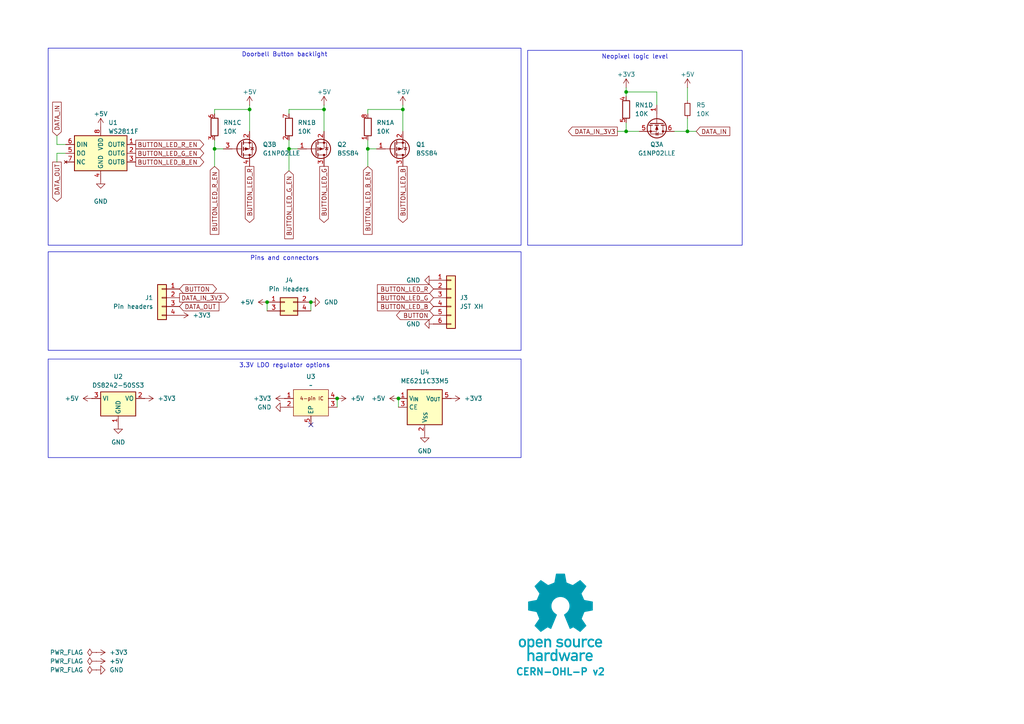
<source format=kicad_sch>
(kicad_sch (version 20231120) (generator "eeschema") (generator_version "8.0")
  (paper "A4")
  (lib_symbols
    (symbol "Connector_Generic:Conn_01x04" (pin_names (offset 1.016) hide)
      (property "Reference" "J" (at 0 5.08 0))
      (property "Value" "Conn_01x04" (at 0 -7.62 0))
      (symbol "Conn_01x04_1_1"
        (rectangle (start -1.27 -4.953) (end 0 -5.207) (stroke (width 0.1524)))
        (rectangle (start -1.27 -2.413) (end 0 -2.667) (stroke (width 0.1524)))
        (rectangle (start -1.27 0.127) (end 0 -0.127) (stroke (width 0.1524)))
        (rectangle (start -1.27 2.667) (end 0 2.413) (stroke (width 0.1524)))
        (rectangle (start -1.27 3.81) (end 1.27 -6.35) (stroke (width 0.254)) (fill (type background)))
        (pin passive line (at -5.08 2.54 0) (length 3.81) (name "Pin_1") (number "1"))
        (pin passive line (at -5.08 0 0) (length 3.81) (name "Pin_2") (number "2"))
        (pin passive line (at -5.08 -2.54 0) (length 3.81) (name "Pin_3") (number "3"))
        (pin passive line (at -5.08 -5.08 0) (length 3.81) (name "Pin_4") (number "4"))
      )
    )
    (symbol "Connector_Generic:Conn_01x06" (pin_names (offset 1.016) hide)
      (property "Reference" "J" (at 0 7.62 0))
      (property "Value" "Conn_01x06" (at 0 -10.16 0))
      (symbol "Conn_01x06_1_1"
        (rectangle (start -1.27 -7.493) (end 0 -7.747) (stroke (width 0.1524)))
        (rectangle (start -1.27 -4.953) (end 0 -5.207) (stroke (width 0.1524)))
        (rectangle (start -1.27 -2.413) (end 0 -2.667) (stroke (width 0.1524)))
        (rectangle (start -1.27 0.127) (end 0 -0.127) (stroke (width 0.1524)))
        (rectangle (start -1.27 2.667) (end 0 2.413) (stroke (width 0.1524)))
        (rectangle (start -1.27 5.207) (end 0 4.953) (stroke (width 0.1524)))
        (rectangle (start -1.27 6.35) (end 1.27 -8.89) (stroke (width 0.254)) (fill (type background)))
        (pin passive line (at -5.08 5.08 0) (length 3.81) (name "Pin_1") (number "1"))
        (pin passive line (at -5.08 2.54 0) (length 3.81) (name "Pin_2") (number "2"))
        (pin passive line (at -5.08 0 0) (length 3.81) (name "Pin_3") (number "3"))
        (pin passive line (at -5.08 -2.54 0) (length 3.81) (name "Pin_4") (number "4"))
        (pin passive line (at -5.08 -5.08 0) (length 3.81) (name "Pin_5") (number "5"))
        (pin passive line (at -5.08 -7.62 0) (length 3.81) (name "Pin_6") (number "6"))
      )
    )
    (symbol "Connector_Generic:Conn_02x02_Odd_Even" (pin_names (offset 1.016) hide)
      (property "Reference" "J" (at 1.27 2.54 0))
      (property "Value" "Conn_02x02_Odd_Even" (at 1.27 -5.08 0))
      (symbol "Conn_02x02_Odd_Even_1_1"
        (rectangle (start -1.27 -2.413) (end 0 -2.667) (stroke (width 0.1524)))
        (rectangle (start -1.27 0.127) (end 0 -0.127) (stroke (width 0.1524)))
        (rectangle (start -1.27 1.27) (end 3.81 -3.81) (stroke (width 0.254)) (fill (type background)))
        (rectangle (start 3.81 -2.413) (end 2.54 -2.667) (stroke (width 0.1524)))
        (rectangle (start 3.81 0.127) (end 2.54 -0.127) (stroke (width 0.1524)))
        (pin passive line (at -5.08 0 0) (length 3.81) (name "Pin_1") (number "1"))
        (pin passive line (at 7.62 0 180) (length 3.81) (name "Pin_2") (number "2"))
        (pin passive line (at -5.08 -2.54 0) (length 3.81) (name "Pin_3") (number "3"))
        (pin passive line (at 7.62 -2.54 180) (length 3.81) (name "Pin_4") (number "4"))
      )
    )
    (symbol "Device:R_Pack04_Split" (pin_names (offset 0) hide)
      (property "Reference" "RN" (at 2.032 0 90))
      (property "Value" "R_Pack04_Split" (at 0 0 90))
      (symbol "R_Pack04_Split_0_1"
        (rectangle (start 1.016 2.54) (end -1.016 -2.54) (stroke (width 0.254)))
      )
      (symbol "R_Pack04_Split_1_1"
        (pin passive line (at 0 -3.81 90) (length 1.27) (name "R1.1") (number "1"))
        (pin passive line (at 0 3.81 270) (length 1.27) (name "R1.2") (number "8"))
      )
      (symbol "R_Pack04_Split_2_1"
        (pin passive line (at 0 -3.81 90) (length 1.27) (name "R2.1") (number "2"))
        (pin passive line (at 0 3.81 270) (length 1.27) (name "R2.2") (number "7"))
      )
      (symbol "R_Pack04_Split_3_1"
        (pin passive line (at 0 -3.81 90) (length 1.27) (name "R3.1") (number "3"))
        (pin passive line (at 0 3.81 270) (length 1.27) (name "R3.2") (number "6"))
      )
      (symbol "R_Pack04_Split_4_1"
        (pin passive line (at 0 -3.81 90) (length 1.27) (name "R4.1") (number "4"))
        (pin passive line (at 0 3.81 270) (length 1.27) (name "R4.2") (number "5"))
      )
    )
    (symbol "Device:R_Small" (pin_numbers hide) (pin_names (offset 0.254) hide)
      (property "Reference" "R" (at 0.762 0.508 0))
      (property "Value" "R_Small" (at 0.762 -1.016 0))
      (symbol "R_Small_0_1"
        (rectangle (start -0.762 1.778) (end 0.762 -1.778) (stroke (width 0.2032)))
      )
      (symbol "R_Small_1_1"
        (pin passive line (at 0 2.54 270) (length 0.762) (name "~") (number "1"))
        (pin passive line (at 0 -2.54 90) (length 0.762) (name "~") (number "2"))
      )
    )
    (symbol "Regulator_Linear:ME6211C33M5"
      (property "Reference" "U" (at -4.572 6.35 0))
      (property "Value" "ME6211C33M5" (at 10.16 8.636 0))
      (symbol "ME6211C33M5_1_1"
        (rectangle (start -5.08 5.08) (end 5.08 -5.08) (stroke (width 0.254)) (fill (type background)))
        (pin power_in line (at -7.62 2.54 0) (length 2.54) (name "V_{IN}") (number "1"))
        (pin power_in line (at 0 -7.62 90) (length 2.54) (name "V_{SS}") (number "2"))
        (pin input line (at -7.62 0 0) (length 2.54) (name "CE") (number "3"))
        (pin no_connect line (at 5.08 0 180) (length 2.54) hide (name "NC") (number "4"))
        (pin power_out line (at 7.62 2.54 180) (length 2.54) (name "V_{OUT}") (number "5"))
      )
    )
    (symbol "Transistor_FET:BSS84" (pin_names hide)
      (property "Reference" "Q" (at 5.08 1.905 0))
      (property "Value" "BSS84" (at 5.08 0 0))
      (symbol "BSS84_0_1"
        (polyline (pts (xy 0.254 0) (xy -2.54 0)))
        (polyline (pts (xy 0.254 1.905) (xy 0.254 -1.905)) (stroke (width 0.254)))
        (polyline (pts (xy 0.762 -1.27) (xy 0.762 -2.286)) (stroke (width 0.254)))
        (polyline (pts (xy 0.762 0.508) (xy 0.762 -0.508)) (stroke (width 0.254)))
        (polyline (pts (xy 0.762 2.286) (xy 0.762 1.27)) (stroke (width 0.254)))
        (polyline (pts (xy 2.54 2.54) (xy 2.54 1.778)))
        (polyline (pts (xy 2.54 -2.54) (xy 2.54 0) (xy 0.762 0)))
        (polyline (pts (xy 0.762 1.778) (xy 3.302 1.778) (xy 3.302 -1.778) (xy 0.762 -1.778)))
        (polyline (pts (xy 2.286 0) (xy 1.27 0.381) (xy 1.27 -0.381) (xy 2.286 0)) (fill (type outline)))
        (polyline (pts (xy 2.794 -0.508) (xy 2.921 -0.381) (xy 3.683 -0.381) (xy 3.81 -0.254)))
        (polyline (pts (xy 3.302 -0.381) (xy 2.921 0.254) (xy 3.683 0.254) (xy 3.302 -0.381)))
        (circle (center 1.651 0) (radius 2.794) (stroke (width 0.254)))
        (circle (center 2.54 -1.778) (radius 0.254) (fill (type outline)))
        (circle (center 2.54 1.778) (radius 0.254) (fill (type outline)))
      )
      (symbol "BSS84_1_1"
        (pin input line (at -5.08 0 0) (length 2.54) (name "G") (number "1"))
        (pin passive line (at 2.54 -5.08 90) (length 2.54) (name "S") (number "2"))
        (pin passive line (at 2.54 5.08 270) (length 2.54) (name "D") (number "3"))
      )
    )
    (symbol "blank:IC-4-Pin"
      (property "Reference" "U" (at 0 6.096 0))
      (symbol "IC-4-Pin_0_1"
        (rectangle (start -5.08 3.81) (end 5.08 -3.81) (fill (type background)))
      )
      (symbol "IC-4-Pin_1_1"
        (text "4-pin IC" (at 0.254 1.27 0) (effects (font (size 1.016 1.016))))
        (pin passive line (at -7.62 1.27 0) (length 2.54) (name "") (number "1"))
        (pin passive line (at -7.62 -1.27 0) (length 2.54) (name "") (number "2"))
        (pin passive line (at 7.62 -1.27 180) (length 2.54) (name "") (number "3"))
        (pin passive line (at 7.62 1.27 180) (length 2.54) (name "") (number "4"))
        (pin passive line (at 0 -6.35 90) (length 2.54) (name "EP") (number "5"))
      )
    )
    (symbol "lcsc:DS8242-50SS3"
      (property "Reference" "U" (at -3.81 3.175 0))
      (property "Value" "DS8242-50SS3" (at 0 3.175 0))
      (symbol "DS8242-50SS3_0_1"
        (rectangle (start -5.08 -5.08) (end 5.08 1.905) (stroke (width 0.254)) (fill (type background)))
      )
      (symbol "DS8242-50SS3_1_1"
        (pin power_in line (at 0 -7.62 90) (length 2.54) (name "GND") (number "1"))
        (pin power_out line (at 7.62 0 180) (length 2.54) (name "VO") (number "2"))
        (pin power_in line (at -7.62 0 0) (length 2.54) (name "VI") (number "3"))
      )
    )
    (symbol "lcsc:G1NP02LLE" (pin_names hide)
      (property "Reference" "Q" (at 5.08 1.905 0))
      (property "Value" "G1NP02LLE" (at 5.08 0 0))
      (symbol "G1NP02LLE_0_1"
        (polyline (pts (xy 0.254 0) (xy -2.54 0)))
        (polyline (pts (xy 0.254 1.905) (xy 0.254 -1.905)) (stroke (width 0.254)))
        (polyline (pts (xy 0.762 -1.27) (xy 0.762 -2.286)) (stroke (width 0.254)))
        (polyline (pts (xy 0.762 0.508) (xy 0.762 -0.508)) (stroke (width 0.254)))
        (polyline (pts (xy 0.762 2.286) (xy 0.762 1.27)) (stroke (width 0.254)))
        (polyline (pts (xy 2.54 2.54) (xy 2.54 1.778)))
        (polyline (pts (xy 2.54 -2.54) (xy 2.54 0) (xy 0.762 0)))
        (polyline (pts (xy 0.762 -1.778) (xy 3.302 -1.778) (xy 3.302 1.778) (xy 0.762 1.778)))
        (circle (center 1.651 0) (radius 2.794) (stroke (width 0.254)))
        (circle (center 2.54 -1.778) (radius 0.254) (fill (type outline)))
        (circle (center 2.54 1.778) (radius 0.254) (fill (type outline)))
      )
      (symbol "G1NP02LLE_1_1"
        (polyline (pts (xy 1.016 0) (xy 2.032 0.381) (xy 2.032 -0.381) (xy 1.016 0)) (fill (type outline)))
        (polyline (pts (xy 2.794 0.508) (xy 2.921 0.381) (xy 3.683 0.381) (xy 3.81 0.254)))
        (polyline (pts (xy 3.302 0.381) (xy 2.921 -0.254) (xy 3.683 -0.254) (xy 3.302 0.381)))
        (pin input line (at -5.08 0 0) (length 2.54) (name "G") (number "1"))
        (pin passive line (at 2.54 -5.08 90) (length 2.54) (name "S") (number "5"))
        (pin passive line (at 2.54 5.08 270) (length 2.54) (name "D") (number "6"))
      )
      (symbol "G1NP02LLE_2_1"
        (polyline (pts (xy 2.286 0) (xy 1.27 0.381) (xy 1.27 -0.381) (xy 2.286 0)) (fill (type outline)))
        (polyline (pts (xy 2.794 -0.508) (xy 2.921 -0.381) (xy 3.683 -0.381) (xy 3.81 -0.254)))
        (polyline (pts (xy 3.302 -0.381) (xy 2.921 0.254) (xy 3.683 0.254) (xy 3.302 -0.381)))
        (pin passive line (at 2.54 -5.08 90) (length 2.54) (name "S") (number "2"))
        (pin input line (at -5.08 0 0) (length 2.54) (name "G") (number "3"))
        (pin passive line (at 2.54 5.08 270) (length 2.54) (name "D") (number "4"))
      )
    )
    (symbol "lcsc:WS2811F"
      (property "Reference" "U" (at -6.35 6.35 0))
      (property "Value" "WS2811F" (at 5.08 6.35 0))
      (symbol "WS2811F_0_1"
        (rectangle (start -7.62 5.08) (end 7.62 -5.08) (stroke (width 0.254)) (fill (type background)))
      )
      (symbol "WS2811F_1_1"
        (pin output line (at 10.16 2.54 180) (length 2.54) (name "OUTR") (number "1"))
        (pin output line (at 10.16 0 180) (length 2.54) (name "OUTG") (number "2"))
        (pin output line (at 10.16 -2.54 180) (length 2.54) (name "OUTB") (number "3"))
        (pin power_in line (at 0 -7.62 90) (length 2.54) (name "GND") (number "4"))
        (pin output line (at -10.16 0 0) (length 2.54) (name "DO") (number "5"))
        (pin input line (at -10.16 2.54 0) (length 2.54) (name "DIN") (number "6"))
        (pin no_connect line (at -10.16 -2.54 0) (length 2.54) (name "NC") (number "7"))
        (pin power_in line (at 0 7.62 270) (length 2.54) (name "VDD") (number "8"))
      )
    )
    (symbol "power:+3V3" (power) (pin_numbers hide) (pin_names (offset 0) hide)
      (property "Value" "+3V3" (at 0 3.556 0))
      (symbol "+3V3_0_1"
        (polyline (pts (xy -0.762 1.27) (xy 0 2.54)))
        (polyline (pts (xy 0 0) (xy 0 2.54)))
        (polyline (pts (xy 0 2.54) (xy 0.762 1.27)))
      )
      (symbol "+3V3_1_1"
        (pin power_in line (at 0 0 90) (length 0) (name "~") (number "1"))
      )
    )
    (symbol "power:+5V" (power) (pin_numbers hide) (pin_names (offset 0) hide)
      (property "Value" "+5V" (at 0 3.556 0))
      (symbol "+5V_0_1"
        (polyline (pts (xy -0.762 1.27) (xy 0 2.54)))
        (polyline (pts (xy 0 0) (xy 0 2.54)))
        (polyline (pts (xy 0 2.54) (xy 0.762 1.27)))
      )
      (symbol "+5V_1_1"
        (pin power_in line (at 0 0 90) (length 0) (name "~") (number "1"))
      )
    )
    (symbol "power:GND" (power) (pin_numbers hide) (pin_names (offset 0) hide)
      (property "Value" "GND" (at 0 -3.81 0))
      (symbol "GND_0_1"
        (polyline (pts (xy 0 0) (xy 0 -1.27) (xy 1.27 -1.27) (xy 0 -2.54) (xy -1.27 -1.27) (xy 0 -1.27)))
      )
      (symbol "GND_1_1"
        (pin power_in line (at 0 0 270) (length 0) (name "~") (number "1"))
      )
    )
    (symbol "power:PWR_FLAG" (power) (pin_numbers hide) (pin_names (offset 0) hide)
      (property "Value" "PWR_FLAG" (at 0 3.81 0))
      (symbol "PWR_FLAG_0_0"
        (pin power_out line (at 0 0 90) (length 0) (name "~") (number "1"))
      )
      (symbol "PWR_FLAG_0_1"
        (polyline (pts (xy 0 0) (xy 0 1.27) (xy -1.016 1.905) (xy 0 2.54) (xy 1.016 1.905) (xy 0 1.27)))
      )
    )
    (symbol "power:VCC" (power) (pin_numbers hide) (pin_names (offset 0) hide)
      (property "Value" "VCC" (at 0 3.556 0))
      (symbol "VCC_0_1"
        (polyline (pts (xy -0.762 1.27) (xy 0 2.54)))
        (polyline (pts (xy 0 0) (xy 0 2.54)))
        (polyline (pts (xy 0 2.54) (xy 0.762 1.27)))
      )
      (symbol "VCC_1_1"
        (pin power_in line (at 0 0 90) (length 0) (name "~") (number "1"))
      )
    )
  )
  (junction (at 106.68 43.18))
  (junction (at 93.98 31.75))
  (junction (at 199.39 38.1))
  (junction (at 83.82 43.18))
  (junction (at 77.47 87.63))
  (junction (at 181.61 26.67))
  (junction (at 115.57 115.57))
  (junction (at 90.17 87.63))
  (junction (at 181.61 38.1))
  (junction (at 72.39 31.75))
  (junction (at 97.79 115.57))
  (junction (at 116.84 31.75))
  (junction (at 62.23 43.18))
  (no_connect (at 90.17 123.19))
  (wire (pts (xy 115.57 115.57) (xy 115.57 118.11)))
  (wire (pts (xy 16.51 46.99) (xy 16.51 44.45)))
  (wire (pts (xy 106.68 31.75) (xy 116.84 31.75)))
  (wire (pts (xy 109.22 43.18) (xy 106.68 43.18)))
  (wire (pts (xy 62.23 31.75) (xy 72.39 31.75)))
  (wire (pts (xy 181.61 25.4) (xy 181.61 26.67)))
  (wire (pts (xy 64.77 43.18) (xy 62.23 43.18)))
  (wire (pts (xy 190.5 26.67) (xy 181.61 26.67)))
  (wire (pts (xy 72.39 31.75) (xy 72.39 38.1)))
  (wire (pts (xy 106.68 40.64) (xy 106.68 43.18)))
  (wire (pts (xy 93.98 31.75) (xy 93.98 30.48)))
  (wire (pts (xy 199.39 38.1) (xy 201.93 38.1)))
  (wire (pts (xy 90.17 87.63) (xy 90.17 90.17)))
  (wire (pts (xy 190.5 30.48) (xy 190.5 26.67)))
  (wire (pts (xy 199.39 34.29) (xy 199.39 38.1)))
  (wire (pts (xy 83.82 31.75) (xy 93.98 31.75)))
  (wire (pts (xy 16.51 44.45) (xy 19.05 44.45)))
  (wire (pts (xy 83.82 40.64) (xy 83.82 43.18)))
  (wire (pts (xy 195.58 38.1) (xy 199.39 38.1)))
  (wire (pts (xy 16.51 39.37) (xy 16.51 41.91)))
  (wire (pts (xy 83.82 43.18) (xy 83.82 49.53)))
  (wire (pts (xy 106.68 43.18) (xy 106.68 48.26)))
  (wire (pts (xy 181.61 26.67) (xy 181.61 27.94)))
  (wire (pts (xy 116.84 31.75) (xy 116.84 30.48)))
  (wire (pts (xy 16.51 41.91) (xy 19.05 41.91)))
  (wire (pts (xy 72.39 30.48) (xy 72.39 31.75)))
  (wire (pts (xy 181.61 38.1) (xy 185.42 38.1)))
  (wire (pts (xy 77.47 87.63) (xy 77.47 90.17)))
  (wire (pts (xy 199.39 25.4) (xy 199.39 29.21)))
  (wire (pts (xy 62.23 43.18) (xy 62.23 48.26)))
  (wire (pts (xy 86.36 43.18) (xy 83.82 43.18)))
  (wire (pts (xy 83.82 31.75) (xy 83.82 33.02)))
  (wire (pts (xy 93.98 31.75) (xy 93.98 38.1)))
  (wire (pts (xy 181.61 35.56) (xy 181.61 38.1)))
  (wire (pts (xy 179.07 38.1) (xy 181.61 38.1)))
  (wire (pts (xy 106.68 31.75) (xy 106.68 33.02)))
  (wire (pts (xy 116.84 31.75) (xy 116.84 38.1)))
  (wire (pts (xy 62.23 40.64) (xy 62.23 43.18)))
  (wire (pts (xy 62.23 31.75) (xy 62.23 33.02)))
  (wire (pts (xy 97.79 115.57) (xy 97.79 118.11)))
  (image (at 162.56 179.07) (scale 0.37481))
  (text_box "Neopixel logic level" (at 153.035 14.605 0) (size 62.23 56.515) (effects (font (size 1.27 1.27)) (justify top)))
  (text_box "3.3V LDO regulator options" (at 13.97 104.14 0) (size 137.16 28.575) (effects (font (size 1.27 1.27)) (justify top)))
  (text_box "Pins and connectors" (at 13.97 73.025 0) (size 137.16 28.575) (effects (font (size 1.27 1.27)) (justify top)))
  (text_box "Doorbell Button backlight" (at 13.97 13.97 0) (size 137.16 57.15) (effects (font (size 1.27 1.27)) (justify top)))
  (text "CERN-OHL-P v2" (at 162.56 195.072 0) (effects (font (size 2 2) (thickness 0.4) (bold yes))))
  (global_label "DATA_OUT" (shape input) (at 52.07 88.9 0) (property "Intersheetrefs" "${INTERSHEET_REFS}" (effects (hide yes))))
  (global_label "BUTTON_LED_B_EN" (shape output) (at 39.37 46.99 0) (property "Intersheetrefs" "${INTERSHEET_REFS}" (effects (hide yes))))
  (global_label "BUTTON_LED_G" (shape output) (at 93.98 48.26 270) (property "Intersheetrefs" "${INTERSHEET_REFS}" (effects (hide yes))))
  (global_label "DATA_IN" (shape input) (at 201.93 38.1 0) (property "Intersheetrefs" "${INTERSHEET_REFS}" (effects (hide yes))))
  (global_label "BUTTON_LED_B_EN" (shape input) (at 106.68 48.26 270) (property "Intersheetrefs" "${INTERSHEET_REFS}" (effects (hide yes))))
  (global_label "DATA_IN_3V3" (shape output) (at 52.07 86.36 0) (property "Intersheetrefs" "${INTERSHEET_REFS}" (effects (hide yes))))
  (global_label "BUTTON" (shape bidirectional) (at 52.07 83.82 0) (property "Intersheetrefs" "${INTERSHEET_REFS}" (effects (hide yes))))
  (global_label "BUTTON_LED_B" (shape input) (at 125.73 88.9 180) (property "Intersheetrefs" "${INTERSHEET_REFS}" (effects (hide yes))))
  (global_label "BUTTON_LED_R_EN" (shape input) (at 62.23 48.26 270) (property "Intersheetrefs" "${INTERSHEET_REFS}" (effects (hide yes))))
  (global_label "BUTTON_LED_R" (shape input) (at 125.73 83.82 180) (property "Intersheetrefs" "${INTERSHEET_REFS}" (effects (hide yes))))
  (global_label "BUTTON_LED_G_EN" (shape input) (at 83.82 49.53 270) (property "Intersheetrefs" "${INTERSHEET_REFS}" (effects (hide yes))))
  (global_label "BUTTON_LED_G" (shape input) (at 125.73 86.36 180) (property "Intersheetrefs" "${INTERSHEET_REFS}" (effects (hide yes))))
  (global_label "BUTTON_LED_R_EN" (shape output) (at 39.37 41.91 0) (property "Intersheetrefs" "${INTERSHEET_REFS}" (effects (hide yes))))
  (global_label "BUTTON" (shape bidirectional) (at 125.73 91.44 180) (property "Intersheetrefs" "${INTERSHEET_REFS}" (effects (hide yes))))
  (global_label "DATA_OUT" (shape output) (at 16.51 46.99 270) (property "Intersheetrefs" "${INTERSHEET_REFS}" (effects (hide yes))))
  (global_label "DATA_IN_3V3" (shape output) (at 179.07 38.1 180) (property "Intersheetrefs" "${INTERSHEET_REFS}" (effects (hide yes))))
  (global_label "DATA_IN" (shape input) (at 16.51 39.37 90) (property "Intersheetrefs" "${INTERSHEET_REFS}" (effects (hide yes))))
  (global_label "BUTTON_LED_R" (shape output) (at 72.39 48.26 270) (property "Intersheetrefs" "${INTERSHEET_REFS}" (effects (hide yes))))
  (global_label "BUTTON_LED_G_EN" (shape output) (at 39.37 44.45 0) (property "Intersheetrefs" "${INTERSHEET_REFS}" (effects (hide yes))))
  (global_label "BUTTON_LED_B" (shape output) (at 116.84 48.26 270) (property "Intersheetrefs" "${INTERSHEET_REFS}" (effects (hide yes))))
  (symbol (lib_id "Device:R_Pack04_Split") (at 181.61 31.75 180) (unit 4)
    (property "Reference" "RN1" (at 184.15 30.4799 0) (effects (justify right)))
    (property "Value" "10K" (at 184.15 33.0199 0) (effects (justify right)))
    (property "Footprint" "Resistor_SMD:R_Array_Convex_4x0603" (effects (hide yes)))
    (property "Description" "4 resistor network, parallel topology, split" (effects (hide yes)))
  )
  (symbol (lib_id "power:+5V") (at 116.84 30.48 0) (unit 1)
    (property "Reference" "#PWR07" (effects (hide yes)))
    (property "Value" "+5V" (at 116.84 26.67 0))
    (property "Description" "Power symbol creates a global label with name \"+5V\"" (effects (hide yes)))
  )
  (symbol (lib_id "power:GND") (at 125.73 81.28 270) (unit 1)
    (property "Reference" "#PWR09" (effects (hide yes)))
    (property "Value" "GND" (at 121.92 81.2799 90) (effects (justify right)))
    (property "Description" "Power symbol creates a global label with name \"GND\" , ground" (effects (hide yes)))
  )
  (symbol (lib_id "lcsc:DS8242-50SS3") (at 34.29 115.57 0) (unit 1)
    (property "Reference" "U2" (at 34.29 109.22 0))
    (property "Value" "DS8242-50SS3" (at 34.29 111.76 0))
    (property "Footprint" "custom:SOT-23_simple" (effects (hide yes)))
    (property "Datasheet" "https://www.lcsc.com/datasheet/lcsc_datasheet_2401011106_DSTECH-DS8242-50SS3_C5884141.pdf" (effects (hide yes)))
    (property "Description" "500mA Low Dropout regulator, positive, 5.0V fixed output, SOT-23" (effects (hide yes)))
    (property "LCSC Part" "C5884141" (effects (hide yes)))
  )
  (symbol (lib_id "power:VCC") (at 27.94 189.23 270) (unit 1)
    (property "Reference" "#PWR020" (effects (hide yes)))
    (property "Value" "+3V3" (at 31.75 189.2299 90) (effects (justify left)))
    (property "Description" "Power symbol creates a global label with name \"VCC\"" (effects (hide yes)))
  )
  (symbol (lib_id "power:+5V") (at 199.39 25.4 0) (unit 1)
    (property "Reference" "#PWR011" (effects (hide yes)))
    (property "Value" "+5V" (at 199.39 21.59 0))
    (property "Description" "Power symbol creates a global label with name \"+5V\"" (effects (hide yes)))
  )
  (symbol (lib_id "Device:R_Pack04_Split") (at 106.68 36.83 0) (unit 1)
    (property "Reference" "RN1" (at 109.22 35.5599 0) (effects (justify left)))
    (property "Value" "10K" (at 109.22 38.0999 0) (effects (justify left)))
    (property "Footprint" "Resistor_SMD:R_Array_Convex_4x0603" (effects (hide yes)))
    (property "Description" "4 resistor network, parallel topology, split" (effects (hide yes)))
  )
  (symbol (lib_id "Device:R_Pack04_Split") (at 83.82 36.83 0) (unit 2)
    (property "Reference" "RN1" (at 86.36 35.5599 0) (effects (justify left)))
    (property "Value" "10K" (at 86.36 38.0999 0) (effects (justify left)))
    (property "Footprint" "Resistor_SMD:R_Array_Convex_4x0603" (effects (hide yes)))
    (property "Description" "4 resistor network, parallel topology, split" (effects (hide yes)))
  )
  (symbol (lib_id "lcsc:G1NP02LLE") (at 190.5 35.56 270) (unit 1)
    (property "Reference" "Q3" (at 190.5 41.91 90))
    (property "Value" "G1NP02LLE" (at 190.5 44.45 90))
    (property "Footprint" "custom:SOT-23-6_simple" (effects (hide yes)))
    (property "Datasheet" "https://www.lcsc.com/datasheet/lcsc_datasheet_2307191058_GOFORD-G1NP02LLE_C7465318.pdf" (effects (hide yes)))
    (property "Description" "Dual N and P Channel MOSFET, 1.1A Id, 20V Vds, 460mOhm Ron, -4.5V Vgs, SOT-23-6L" (effects (hide yes)))
    (property "LCSC Part" "C7465318" (effects (hide yes)))
  )
  (symbol (lib_id "Device:R_Pack04_Split") (at 62.23 36.83 0) (unit 3)
    (property "Reference" "RN1" (at 64.77 35.5599 0) (effects (justify left)))
    (property "Value" "10K" (at 64.77 38.0999 0) (effects (justify left)))
    (property "Footprint" "Resistor_SMD:R_Array_Convex_4x0603" (effects (hide yes)))
    (property "Description" "4 resistor network, parallel topology, split" (effects (hide yes)))
  )
  (symbol (lib_id "power:VCC") (at 27.94 191.77 270) (unit 1)
    (property "Reference" "#PWR01" (effects (hide yes)))
    (property "Value" "+5V" (at 31.75 191.7699 90) (effects (justify left)))
    (property "Description" "Power symbol creates a global label with name \"VCC\"" (effects (hide yes)))
  )
  (symbol (lib_id "power:VCC") (at 82.55 115.57 90) (unit 1)
    (property "Reference" "#PWR021" (effects (hide yes)))
    (property "Value" "+3V3" (at 78.74 115.5699 90) (effects (justify left)))
    (property "Description" "Power symbol creates a global label with name \"VCC\"" (effects (hide yes)))
  )
  (symbol (lib_id "Device:R_Small") (at 199.39 31.75 180) (unit 1)
    (property "Reference" "R5" (at 201.93 30.4799 0) (effects (justify right)))
    (property "Value" "10K" (at 201.93 33.0199 0) (effects (justify right)))
    (property "Footprint" "Resistor_SMD:R_0603_1608Metric" (effects (hide yes)))
    (property "Description" "Resistor, small symbol" (effects (hide yes)))
  )
  (symbol (lib_id "power:VCC") (at 26.67 115.57 90) (unit 1)
    (property "Reference" "#PWR029" (effects (hide yes)))
    (property "Value" "+5V" (at 22.86 115.5699 90) (effects (justify left)))
    (property "Description" "Power symbol creates a global label with name \"VCC\"" (effects (hide yes)))
  )
  (symbol (lib_id "Connector_Generic:Conn_01x06") (at 130.81 86.36 0) (unit 1)
    (property "Reference" "J3" (at 133.35 86.3599 0) (effects (justify left)))
    (property "Value" "JST XH" (at 133.35 88.8999 0) (effects (justify left)))
    (property "Footprint" "custom:JST_XH_B6B-XH-A_1x06_P2.50mm_Vertical_slim" (effects (hide yes)))
    (property "Description" "Generic connector, single row, 01x06, script generated (kicad-library-utils/schlib/autogen/connector/)" (effects (hide yes)))
  )
  (symbol (lib_id "power:VCC") (at 52.07 91.44 270) (unit 1)
    (property "Reference" "#PWR034" (effects (hide yes)))
    (property "Value" "+3V3" (at 55.88 91.4399 90) (effects (justify left)))
    (property "Description" "Power symbol creates a global label with name \"VCC\"" (effects (hide yes)))
  )
  (symbol (lib_id "Transistor_FET:BSS84") (at 91.44 43.18 0) (mirror x) (unit 1)
    (property "Reference" "Q2" (at 97.79 41.9099 0) (effects (justify left)))
    (property "Value" "BSS84" (at 97.79 44.4499 0) (effects (justify left)))
    (property "Footprint" "custom:SOT-23_simple" (effects (hide yes)))
    (property "Datasheet" "http://assets.nexperia.com/documents/data-sheet/BSS84.pdf" (effects (hide yes)))
    (property "Description" "-0.13A Id, -50V Vds, P-Channel MOSFET, SOT-23" (effects (hide yes)))
  )
  (symbol (lib_id "power:GND") (at 27.94 194.31 90) (unit 1)
    (property "Reference" "#PWR02" (effects (hide yes)))
    (property "Value" "GND" (at 31.75 194.3099 90) (effects (justify right)))
    (property "Description" "Power symbol creates a global label with name \"GND\" , ground" (effects (hide yes)))
  )
  (symbol (lib_id "power:GND") (at 29.21 52.07 0) (unit 1)
    (property "Reference" "#PWR04" (effects (hide yes)))
    (property "Value" "GND" (at 29.21 58.42 0))
    (property "Description" "Power symbol creates a global label with name \"GND\" , ground" (effects (hide yes)))
  )
  (symbol (lib_id "power:GND") (at 125.73 93.98 270) (unit 1)
    (property "Reference" "#PWR08" (effects (hide yes)))
    (property "Value" "GND" (at 121.92 93.9799 90) (effects (justify right)))
    (property "Description" "Power symbol creates a global label with name \"GND\" , ground" (effects (hide yes)))
  )
  (symbol (lib_id "lcsc:WS2811F") (at 29.21 44.45 0) (unit 1)
    (property "Reference" "U1" (at 31.4041 35.56 0) (effects (justify left)))
    (property "Value" "WS2811F" (at 31.4041 38.1 0) (effects (justify left)))
    (property "Footprint" "lcsc:FSOP-8_L3.3-W1.7-P0.80-LS2.9-BL" (effects (hide yes)))
    (property "Datasheet" "https://www.lcsc.com/datasheet/lcsc_datasheet_2310231548_Worldsemi-WS2811F_C5446692.pdf" (effects (hide yes)))
    (property "Description" "3-Channel 8-Bit PWM LED Driver, FSOP-8" (effects (hide yes)))
    (property "LCSC Part" "C5446692" (effects (hide yes)))
  )
  (symbol (lib_id "power:VCC") (at 77.47 87.63 90) (unit 1)
    (property "Reference" "#PWR012" (effects (hide yes)))
    (property "Value" "+5V" (at 73.66 87.6299 90) (effects (justify left)))
    (property "Description" "Power symbol creates a global label with name \"VCC\"" (effects (hide yes)))
  )
  (symbol (lib_id "Connector_Generic:Conn_01x04") (at 46.99 86.36 0) (mirror y) (unit 1)
    (property "Reference" "J1" (at 44.45 86.3599 0) (effects (justify left)))
    (property "Value" "Pin headers" (at 44.45 88.8999 0) (effects (justify left)))
    (property "Footprint" "custom:PinHeader_1x04_P2.54mm_Vertical_simple" (effects (hide yes)))
    (property "Description" "Generic connector, single row, 01x04, script generated (kicad-library-utils/schlib/autogen/connector/)" (effects (hide yes)))
  )
  (symbol (lib_id "lcsc:G1NP02LLE") (at 69.85 43.18 0) (mirror x) (unit 2)
    (property "Reference" "Q3" (at 76.2 41.9099 0) (effects (justify left)))
    (property "Value" "G1NP02LLE" (at 76.2 44.4499 0) (effects (justify left)))
    (property "Footprint" "custom:SOT-23-6_simple" (effects (hide yes)))
    (property "Datasheet" "https://www.lcsc.com/datasheet/lcsc_datasheet_2307191058_GOFORD-G1NP02LLE_C7465318.pdf" (effects (hide yes)))
    (property "Description" "Dual N and P Channel MOSFET, 1.1A Id, 20V Vds, 460mOhm Ron, -4.5V Vgs, SOT-23-6L" (effects (hide yes)))
    (property "LCSC Part" "C7465318" (effects (hide yes)))
  )
  (symbol (lib_id "power:PWR_FLAG") (at 27.94 191.77 90) (unit 1)
    (property "Reference" "#FLG01" (effects (hide yes)))
    (property "Value" "PWR_FLAG" (at 24.13 191.7699 90) (effects (justify left)))
    (property "Description" "Special symbol for telling ERC where power comes from" (effects (hide yes)))
  )
  (symbol (lib_id "power:+5V") (at 72.39 30.48 0) (unit 1)
    (property "Reference" "#PWR05" (effects (hide yes)))
    (property "Value" "+5V" (at 72.39 26.67 0))
    (property "Description" "Power symbol creates a global label with name \"+5V\"" (effects (hide yes)))
  )
  (symbol (lib_id "power:GND") (at 82.55 118.11 270) (unit 1)
    (property "Reference" "#PWR022" (effects (hide yes)))
    (property "Value" "GND" (at 78.74 118.1099 90) (effects (justify right)))
    (property "Description" "Power symbol creates a global label with name \"GND\" , ground" (effects (hide yes)))
  )
  (symbol (lib_id "Transistor_FET:BSS84") (at 114.3 43.18 0) (mirror x) (unit 1)
    (property "Reference" "Q1" (at 120.65 41.9099 0) (effects (justify left)))
    (property "Value" "BSS84" (at 120.65 44.4499 0) (effects (justify left)))
    (property "Footprint" "custom:SOT-23_simple" (effects (hide yes)))
    (property "Datasheet" "http://assets.nexperia.com/documents/data-sheet/BSS84.pdf" (effects (hide yes)))
    (property "Description" "-0.13A Id, -50V Vds, P-Channel MOSFET, SOT-23" (effects (hide yes)))
  )
  (symbol (lib_id "power:+5V") (at 29.21 36.83 0) (unit 1)
    (property "Reference" "#PWR03" (effects (hide yes)))
    (property "Value" "+5V" (at 29.21 33.02 0))
    (property "Description" "Power symbol creates a global label with name \"+5V\"" (effects (hide yes)))
  )
  (symbol (lib_id "Connector_Generic:Conn_02x02_Odd_Even") (at 82.55 87.63 0) (unit 1)
    (property "Reference" "J4" (at 83.82 81.28 0))
    (property "Value" "Pin Headers" (at 83.82 83.82 0))
    (property "Footprint" "custom:PinHeader_2x02_P2.54mm_Vertical_simple" (effects (hide yes)))
    (property "Description" "Generic connector, double row, 02x02, odd/even pin numbering scheme (row 1 odd numbers, row 2 even numbers), script generated (kicad-library-utils/schlib/autogen/connector/)" (effects (hide yes)))
  )
  (symbol (lib_id "power:VCC") (at 41.91 115.57 270) (unit 1)
    (property "Reference" "#PWR028" (effects (hide yes)))
    (property "Value" "+3V3" (at 45.72 115.5699 90) (effects (justify left)))
    (property "Description" "Power symbol creates a global label with name \"VCC\"" (effects (hide yes)))
  )
  (symbol (lib_id "power:VCC") (at 130.81 115.57 270) (unit 1)
    (property "Reference" "#PWR026" (effects (hide yes)))
    (property "Value" "+3V3" (at 134.62 115.5699 90) (effects (justify left)))
    (property "Description" "Power symbol creates a global label with name \"VCC\"" (effects (hide yes)))
  )
  (symbol (lib_id "blank:IC-4-Pin") (at 90.17 116.84 0) (unit 1)
    (property "Reference" "U3" (at 90.17 109.22 0))
    (property "Value" "~" (at 90.17 111.76 0))
    (property "Footprint" "Package_SON:Texas_X2SON-4_1x1mm_P0.65mm" (effects (hide yes)))
  )
  (symbol (lib_id "power:+5V") (at 93.98 30.48 0) (unit 1)
    (property "Reference" "#PWR06" (effects (hide yes)))
    (property "Value" "+5V" (at 93.98 26.67 0))
    (property "Description" "Power symbol creates a global label with name \"+5V\"" (effects (hide yes)))
  )
  (symbol (lib_id "power:PWR_FLAG") (at 27.94 194.31 90) (unit 1)
    (property "Reference" "#FLG02" (effects (hide yes)))
    (property "Value" "PWR_FLAG" (at 24.13 194.3099 90) (effects (justify left)))
    (property "Description" "Special symbol for telling ERC where power comes from" (effects (hide yes)))
  )
  (symbol (lib_id "power:GND") (at 123.19 125.73 0) (unit 1)
    (property "Reference" "#PWR025" (effects (hide yes)))
    (property "Value" "GND" (at 123.19 130.81 0))
    (property "Description" "Power symbol creates a global label with name \"GND\" , ground" (effects (hide yes)))
  )
  (symbol (lib_id "Regulator_Linear:ME6211C33M5") (at 123.19 118.11 0) (unit 1)
    (property "Reference" "U4" (at 123.19 107.95 0))
    (property "Value" "ME6211C33M5" (at 123.19 110.49 0))
    (property "Footprint" "custom:SOT-23-5_simple" (effects (hide yes)))
    (property "Datasheet" "https://www.lcsc.com/datasheet/lcsc_datasheet_2304140030_MICRONE-Nanjing-Micro-One-Elec-ME6211C33R5G_C235316.pdf" (effects (hide yes)))
    (property "Description" "500mA low dropout linear regulator, shutdown pin, 6.5V max input voltage, 3.3V fixed positive output, SOT-23-5" (effects (hide yes)))
  )
  (symbol (lib_id "power:VCC") (at 115.57 115.57 90) (unit 1)
    (property "Reference" "#PWR024" (effects (hide yes)))
    (property "Value" "+5V" (at 111.76 115.5699 90) (effects (justify left)))
    (property "Description" "Power symbol creates a global label with name \"VCC\"" (effects (hide yes)))
  )
  (symbol (lib_id "power:GND") (at 34.29 123.19 0) (unit 1)
    (property "Reference" "#PWR030" (effects (hide yes)))
    (property "Value" "GND" (at 34.29 128.27 0))
    (property "Description" "Power symbol creates a global label with name \"GND\" , ground" (effects (hide yes)))
  )
  (symbol (lib_id "power:+3V3") (at 181.61 25.4 0) (unit 1)
    (property "Reference" "#PWR010" (effects (hide yes)))
    (property "Value" "+3V3" (at 181.61 21.59 0))
    (property "Description" "Power symbol creates a global label with name \"+3V3\"" (effects (hide yes)))
  )
  (symbol (lib_id "power:GND") (at 90.17 87.63 90) (unit 1)
    (property "Reference" "#PWR013" (effects (hide yes)))
    (property "Value" "GND" (at 93.98 87.6299 90) (effects (justify right)))
    (property "Description" "Power symbol creates a global label with name \"GND\" , ground" (effects (hide yes)))
  )
  (symbol (lib_id "power:PWR_FLAG") (at 27.94 189.23 90) (unit 1)
    (property "Reference" "#FLG03" (effects (hide yes)))
    (property "Value" "PWR_FLAG" (at 24.13 189.2299 90) (effects (justify left)))
    (property "Description" "Special symbol for telling ERC where power comes from" (effects (hide yes)))
  )
  (symbol (lib_id "power:VCC") (at 97.79 115.57 270) (unit 1)
    (property "Reference" "#PWR023" (effects (hide yes)))
    (property "Value" "+5V" (at 101.6 115.5699 90) (effects (justify left)))
    (property "Description" "Power symbol creates a global label with name \"VCC\"" (effects (hide yes)))
  )
)
</source>
